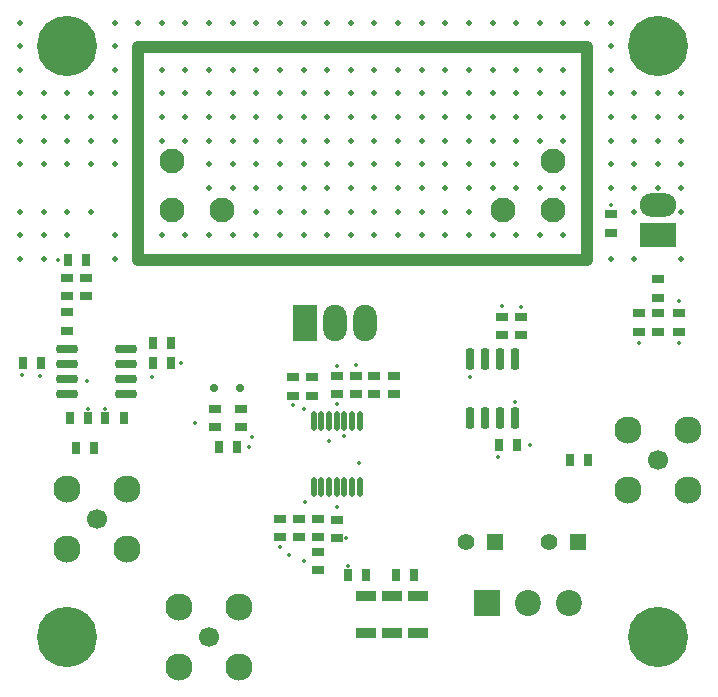
<source format=gts>
G04*
G04 #@! TF.GenerationSoftware,Altium Limited,Altium Designer,21.9.1 (22)*
G04*
G04 Layer_Color=8388736*
%FSAX44Y44*%
%MOMM*%
G71*
G04*
G04 #@! TF.SameCoordinates,0D14A302-91A5-4368-AE17-AEAA60D505F3*
G04*
G04*
G04 #@! TF.FilePolarity,Negative*
G04*
G01*
G75*
%ADD18C,1.0000*%
%ADD19R,1.0500X0.7000*%
%ADD20R,0.7000X1.0500*%
G04:AMPARAMS|DCode=21|XSize=0.7mm|YSize=1.8mm|CornerRadius=0.2mm|HoleSize=0mm|Usage=FLASHONLY|Rotation=0.000|XOffset=0mm|YOffset=0mm|HoleType=Round|Shape=RoundedRectangle|*
%AMROUNDEDRECTD21*
21,1,0.7000,1.4000,0,0,0.0*
21,1,0.3000,1.8000,0,0,0.0*
1,1,0.4000,0.1500,-0.7000*
1,1,0.4000,-0.1500,-0.7000*
1,1,0.4000,-0.1500,0.7000*
1,1,0.4000,0.1500,0.7000*
%
%ADD21ROUNDEDRECTD21*%
G04:AMPARAMS|DCode=22|XSize=0.7mm|YSize=1.8mm|CornerRadius=0.2mm|HoleSize=0mm|Usage=FLASHONLY|Rotation=270.000|XOffset=0mm|YOffset=0mm|HoleType=Round|Shape=RoundedRectangle|*
%AMROUNDEDRECTD22*
21,1,0.7000,1.4000,0,0,270.0*
21,1,0.3000,1.8000,0,0,270.0*
1,1,0.4000,-0.7000,-0.1500*
1,1,0.4000,-0.7000,0.1500*
1,1,0.4000,0.7000,0.1500*
1,1,0.4000,0.7000,-0.1500*
%
%ADD22ROUNDEDRECTD22*%
G04:AMPARAMS|DCode=23|XSize=0.7mm|YSize=0.6mm|CornerRadius=0.175mm|HoleSize=0mm|Usage=FLASHONLY|Rotation=180.000|XOffset=0mm|YOffset=0mm|HoleType=Round|Shape=RoundedRectangle|*
%AMROUNDEDRECTD23*
21,1,0.7000,0.2500,0,0,180.0*
21,1,0.3500,0.6000,0,0,180.0*
1,1,0.3500,-0.1750,0.1250*
1,1,0.3500,0.1750,0.1250*
1,1,0.3500,0.1750,-0.1250*
1,1,0.3500,-0.1750,-0.1250*
%
%ADD23ROUNDEDRECTD23*%
%ADD24O,0.5000X1.7000*%
%ADD25R,1.7500X0.9000*%
%ADD26C,5.1000*%
%ADD27C,1.7000*%
%ADD28C,2.3000*%
%ADD29C,2.1000*%
%ADD30O,3.1000X2.0000*%
%ADD31R,3.1000X2.0000*%
%ADD32R,2.0000X3.1000*%
%ADD33O,2.0000X3.1000*%
%ADD34R,1.4000X1.4000*%
%ADD35C,1.4000*%
%ADD36C,2.2000*%
%ADD37R,2.2000X2.2000*%
%ADD38C,0.5000*%
%ADD39C,0.3400*%
D18*
X00110000Y00369000D02*
X00490000D01*
Y00463000D01*
Y00549000D01*
X00423000D02*
X00490000D01*
X00110000D02*
X00423000D01*
X00110000Y00369000D02*
Y00549000D01*
D19*
X00327000Y00255250D02*
D03*
Y00270750D02*
D03*
X00175000Y00227250D02*
D03*
Y00242750D02*
D03*
X00568000Y00323750D02*
D03*
Y00308250D02*
D03*
X00418000Y00320750D02*
D03*
Y00305250D02*
D03*
X00550000Y00308250D02*
D03*
Y00323750D02*
D03*
X00066000Y00338250D02*
D03*
Y00353750D02*
D03*
X00550000Y00352750D02*
D03*
Y00337250D02*
D03*
X00050000Y00309250D02*
D03*
Y00324750D02*
D03*
X00050000Y00338250D02*
D03*
Y00353750D02*
D03*
X00510000Y00407750D02*
D03*
Y00392250D02*
D03*
X00434000Y00305250D02*
D03*
Y00320750D02*
D03*
X00534000Y00323750D02*
D03*
Y00308250D02*
D03*
X00241000Y00254250D02*
D03*
Y00269750D02*
D03*
X00257000D02*
D03*
Y00254250D02*
D03*
X00246000Y00134250D02*
D03*
Y00149750D02*
D03*
X00310000Y00255250D02*
D03*
Y00270750D02*
D03*
X00262000Y00149750D02*
D03*
Y00134250D02*
D03*
X00294000Y00255250D02*
D03*
Y00270750D02*
D03*
X00262000Y00121750D02*
D03*
Y00106250D02*
D03*
X00197000Y00227250D02*
D03*
Y00242750D02*
D03*
X00230000Y00149750D02*
D03*
Y00134250D02*
D03*
X00278000Y00270750D02*
D03*
Y00255250D02*
D03*
Y00133250D02*
D03*
Y00148750D02*
D03*
D20*
X00178250Y00211000D02*
D03*
X00193750D02*
D03*
X00490750Y00200000D02*
D03*
X00475250D02*
D03*
X00072750Y00210000D02*
D03*
X00057250D02*
D03*
X00050250Y00369000D02*
D03*
X00065750D02*
D03*
X00097750Y00235000D02*
D03*
X00082250D02*
D03*
X00052250D02*
D03*
X00067750D02*
D03*
X00122250Y00299000D02*
D03*
X00137750D02*
D03*
X00343750Y00102000D02*
D03*
X00328250D02*
D03*
X00137750Y00282000D02*
D03*
X00122250D02*
D03*
X00012250D02*
D03*
X00027750D02*
D03*
X00302750Y00102000D02*
D03*
X00287250D02*
D03*
X00430750Y00212000D02*
D03*
X00415250D02*
D03*
D21*
X00429050Y00285000D02*
D03*
X00416350D02*
D03*
X00403650D02*
D03*
X00390950D02*
D03*
X00429050Y00235000D02*
D03*
X00416350D02*
D03*
X00403650D02*
D03*
X00390950D02*
D03*
D22*
X00100000Y00255950D02*
D03*
Y00268650D02*
D03*
Y00281350D02*
D03*
Y00294050D02*
D03*
X00050000Y00255950D02*
D03*
Y00268650D02*
D03*
Y00281350D02*
D03*
Y00294050D02*
D03*
D23*
X00174000Y00261000D02*
D03*
X00196000D02*
D03*
D24*
X00297500Y00233000D02*
D03*
X00291000D02*
D03*
X00284500D02*
D03*
X00278000D02*
D03*
X00271500D02*
D03*
X00265000D02*
D03*
X00258500D02*
D03*
X00297500Y00177000D02*
D03*
X00291000D02*
D03*
X00284500D02*
D03*
X00278000D02*
D03*
X00271500D02*
D03*
X00265000D02*
D03*
X00258500D02*
D03*
D25*
X00325000Y00084500D02*
D03*
Y00053500D02*
D03*
X00347000D02*
D03*
Y00084500D02*
D03*
X00303000D02*
D03*
Y00053500D02*
D03*
D26*
X00550000Y00050000D02*
D03*
X00050000D02*
D03*
X00550000Y00550000D02*
D03*
X00050000D02*
D03*
D27*
X00550000Y00200000D02*
D03*
X00075000Y00150000D02*
D03*
X00170000Y00050000D02*
D03*
D28*
X00524600Y00174600D02*
D03*
X00575400D02*
D03*
Y00225400D02*
D03*
X00524600D02*
D03*
X00049600Y00124600D02*
D03*
X00100400D02*
D03*
Y00175400D02*
D03*
X00049600D02*
D03*
X00144600Y00024600D02*
D03*
X00195400D02*
D03*
Y00075400D02*
D03*
X00144600D02*
D03*
D29*
X00461000Y00411000D02*
D03*
Y00453000D02*
D03*
X00419000Y00411000D02*
D03*
X00181000D02*
D03*
X00139000Y00453000D02*
D03*
Y00411000D02*
D03*
D30*
X00550000Y00415400D02*
D03*
D31*
Y00390000D02*
D03*
D32*
X00251600Y00316000D02*
D03*
D33*
X00277000D02*
D03*
X00302400D02*
D03*
D34*
X00412500Y00130000D02*
D03*
X00482500D02*
D03*
D35*
X00387500D02*
D03*
X00457500D02*
D03*
D36*
X00440000Y00079001D02*
D03*
X00475000D02*
D03*
D37*
X00405000D02*
D03*
D38*
X00570002Y00510001D02*
D03*
Y00490001D02*
D03*
Y00470001D02*
D03*
Y00450001D02*
D03*
Y00430001D02*
D03*
Y00410001D02*
D03*
Y00370001D02*
D03*
X00550002Y00510001D02*
D03*
Y00490001D02*
D03*
Y00470001D02*
D03*
Y00450001D02*
D03*
Y00430001D02*
D03*
X00530002Y00510001D02*
D03*
Y00490001D02*
D03*
Y00470001D02*
D03*
Y00450001D02*
D03*
Y00430001D02*
D03*
Y00410001D02*
D03*
Y00370001D02*
D03*
X00510002Y00570001D02*
D03*
Y00550001D02*
D03*
Y00530001D02*
D03*
Y00510001D02*
D03*
Y00490001D02*
D03*
Y00470001D02*
D03*
Y00450001D02*
D03*
Y00430001D02*
D03*
Y00370001D02*
D03*
X00490002Y00570001D02*
D03*
Y00550001D02*
D03*
Y00530001D02*
D03*
Y00510001D02*
D03*
Y00490001D02*
D03*
Y00470001D02*
D03*
Y00450001D02*
D03*
Y00430001D02*
D03*
Y00410001D02*
D03*
Y00370001D02*
D03*
X00470002Y00570001D02*
D03*
Y00550001D02*
D03*
Y00530001D02*
D03*
Y00510001D02*
D03*
Y00490001D02*
D03*
Y00470001D02*
D03*
Y00430001D02*
D03*
Y00390001D02*
D03*
Y00370001D02*
D03*
X00450002Y00570001D02*
D03*
Y00550001D02*
D03*
Y00530001D02*
D03*
Y00510001D02*
D03*
Y00490001D02*
D03*
Y00470001D02*
D03*
Y00430001D02*
D03*
Y00390001D02*
D03*
Y00370001D02*
D03*
X00430002Y00570001D02*
D03*
Y00550001D02*
D03*
Y00530001D02*
D03*
Y00510001D02*
D03*
Y00490001D02*
D03*
Y00470001D02*
D03*
Y00450001D02*
D03*
Y00430001D02*
D03*
Y00390001D02*
D03*
Y00370001D02*
D03*
X00410002Y00570001D02*
D03*
Y00550001D02*
D03*
Y00530001D02*
D03*
Y00510001D02*
D03*
Y00490001D02*
D03*
Y00470001D02*
D03*
Y00450001D02*
D03*
Y00430001D02*
D03*
Y00390001D02*
D03*
Y00370001D02*
D03*
X00390002Y00570001D02*
D03*
Y00550001D02*
D03*
Y00530001D02*
D03*
Y00510001D02*
D03*
Y00490001D02*
D03*
Y00470001D02*
D03*
Y00450001D02*
D03*
Y00430001D02*
D03*
Y00410001D02*
D03*
Y00390001D02*
D03*
Y00370001D02*
D03*
X00370001Y00570001D02*
D03*
Y00550001D02*
D03*
Y00530001D02*
D03*
Y00510001D02*
D03*
Y00490001D02*
D03*
Y00470001D02*
D03*
Y00450001D02*
D03*
Y00430001D02*
D03*
Y00410001D02*
D03*
Y00390001D02*
D03*
Y00370001D02*
D03*
X00350001Y00570001D02*
D03*
Y00550001D02*
D03*
Y00530001D02*
D03*
Y00510001D02*
D03*
Y00490001D02*
D03*
Y00470001D02*
D03*
Y00450001D02*
D03*
Y00430001D02*
D03*
Y00410001D02*
D03*
Y00390001D02*
D03*
Y00370001D02*
D03*
X00330001Y00570001D02*
D03*
Y00550001D02*
D03*
Y00530001D02*
D03*
Y00510001D02*
D03*
Y00490001D02*
D03*
Y00470001D02*
D03*
Y00450001D02*
D03*
Y00430001D02*
D03*
Y00410001D02*
D03*
Y00390001D02*
D03*
Y00370001D02*
D03*
X00310002Y00570001D02*
D03*
Y00550001D02*
D03*
Y00530001D02*
D03*
Y00510001D02*
D03*
Y00490001D02*
D03*
Y00470001D02*
D03*
Y00450001D02*
D03*
Y00430001D02*
D03*
Y00410001D02*
D03*
Y00390001D02*
D03*
Y00370001D02*
D03*
X00290002Y00570001D02*
D03*
Y00550001D02*
D03*
Y00530001D02*
D03*
Y00510001D02*
D03*
Y00490001D02*
D03*
Y00470001D02*
D03*
Y00450001D02*
D03*
Y00430001D02*
D03*
Y00410001D02*
D03*
Y00390001D02*
D03*
Y00370001D02*
D03*
X00270002Y00570001D02*
D03*
Y00550001D02*
D03*
Y00530001D02*
D03*
Y00510001D02*
D03*
Y00490001D02*
D03*
Y00470001D02*
D03*
Y00450001D02*
D03*
Y00430001D02*
D03*
Y00410001D02*
D03*
Y00390001D02*
D03*
Y00370001D02*
D03*
X00250002Y00570001D02*
D03*
Y00550001D02*
D03*
Y00530001D02*
D03*
Y00510001D02*
D03*
Y00490001D02*
D03*
Y00470001D02*
D03*
Y00450001D02*
D03*
Y00430001D02*
D03*
Y00410001D02*
D03*
Y00390001D02*
D03*
Y00370001D02*
D03*
X00230002Y00570001D02*
D03*
Y00550001D02*
D03*
Y00530001D02*
D03*
Y00510001D02*
D03*
Y00490001D02*
D03*
Y00470001D02*
D03*
Y00450001D02*
D03*
Y00430001D02*
D03*
Y00410001D02*
D03*
Y00390001D02*
D03*
Y00370001D02*
D03*
X00210002Y00570001D02*
D03*
Y00550001D02*
D03*
Y00530001D02*
D03*
Y00510001D02*
D03*
Y00490001D02*
D03*
Y00470001D02*
D03*
Y00450001D02*
D03*
Y00430001D02*
D03*
Y00410001D02*
D03*
Y00390001D02*
D03*
Y00370001D02*
D03*
X00190001Y00570001D02*
D03*
Y00550001D02*
D03*
Y00530001D02*
D03*
Y00510001D02*
D03*
Y00490001D02*
D03*
Y00470001D02*
D03*
Y00450001D02*
D03*
Y00430001D02*
D03*
Y00390001D02*
D03*
Y00370001D02*
D03*
X00170001Y00570001D02*
D03*
Y00550001D02*
D03*
Y00530001D02*
D03*
Y00510001D02*
D03*
Y00490001D02*
D03*
Y00470001D02*
D03*
Y00450001D02*
D03*
Y00430001D02*
D03*
Y00390001D02*
D03*
Y00370001D02*
D03*
X00150001Y00570001D02*
D03*
Y00550001D02*
D03*
Y00530001D02*
D03*
Y00510001D02*
D03*
Y00490001D02*
D03*
Y00470001D02*
D03*
Y00390001D02*
D03*
Y00370001D02*
D03*
X00130001Y00570001D02*
D03*
Y00550001D02*
D03*
Y00530001D02*
D03*
Y00510001D02*
D03*
Y00490001D02*
D03*
Y00470001D02*
D03*
Y00390001D02*
D03*
Y00370001D02*
D03*
X00110001Y00570001D02*
D03*
Y00550001D02*
D03*
Y00530001D02*
D03*
Y00510001D02*
D03*
Y00490001D02*
D03*
Y00470001D02*
D03*
Y00450001D02*
D03*
Y00390001D02*
D03*
Y00370001D02*
D03*
X00090001Y00570001D02*
D03*
Y00550001D02*
D03*
Y00530001D02*
D03*
Y00510001D02*
D03*
Y00490001D02*
D03*
Y00470001D02*
D03*
Y00450001D02*
D03*
Y00390001D02*
D03*
Y00370001D02*
D03*
X00070001Y00510001D02*
D03*
Y00490001D02*
D03*
Y00470001D02*
D03*
Y00450001D02*
D03*
Y00410001D02*
D03*
X00050001Y00510001D02*
D03*
Y00490001D02*
D03*
Y00470001D02*
D03*
Y00450001D02*
D03*
Y00410001D02*
D03*
Y00390001D02*
D03*
X00030001Y00510001D02*
D03*
Y00490001D02*
D03*
Y00470001D02*
D03*
Y00450001D02*
D03*
Y00410001D02*
D03*
Y00390001D02*
D03*
Y00370001D02*
D03*
X00010001Y00570001D02*
D03*
Y00550001D02*
D03*
Y00530001D02*
D03*
Y00510001D02*
D03*
Y00490001D02*
D03*
Y00470001D02*
D03*
Y00450001D02*
D03*
Y00410001D02*
D03*
Y00390001D02*
D03*
Y00370001D02*
D03*
D39*
X00238000Y00119000D02*
D03*
X00067000Y00267000D02*
D03*
X00429000Y00249000D02*
D03*
X00391000Y00270000D02*
D03*
X00510000Y00416000D02*
D03*
X00042000Y00369000D02*
D03*
X00012000Y00272000D02*
D03*
X00067750Y00243250D02*
D03*
X00082250D02*
D03*
X00146000Y00282000D02*
D03*
X00230000Y00126000D02*
D03*
X00287250Y00110250D02*
D03*
X00286250Y00133250D02*
D03*
X00284000Y00220000D02*
D03*
X00241000Y00246000D02*
D03*
X00278000Y00279000D02*
D03*
X00415000Y00202000D02*
D03*
X00442000Y00212000D02*
D03*
X00434000Y00329000D02*
D03*
X00418000Y00330000D02*
D03*
X00534000Y00299000D02*
D03*
X00568000Y00334000D02*
D03*
Y00299000D02*
D03*
X00158000Y00231000D02*
D03*
X00251000Y00164000D02*
D03*
X00278000Y00160000D02*
D03*
X00250000Y00114000D02*
D03*
X00297000Y00197000D02*
D03*
X00271500Y00215500D02*
D03*
X00294000Y00280000D02*
D03*
X00250000Y00243000D02*
D03*
X00278000Y00247000D02*
D03*
X00206000Y00219000D02*
D03*
X00204000Y00211000D02*
D03*
X00122000Y00270000D02*
D03*
X00027000Y00271000D02*
D03*
M02*

</source>
